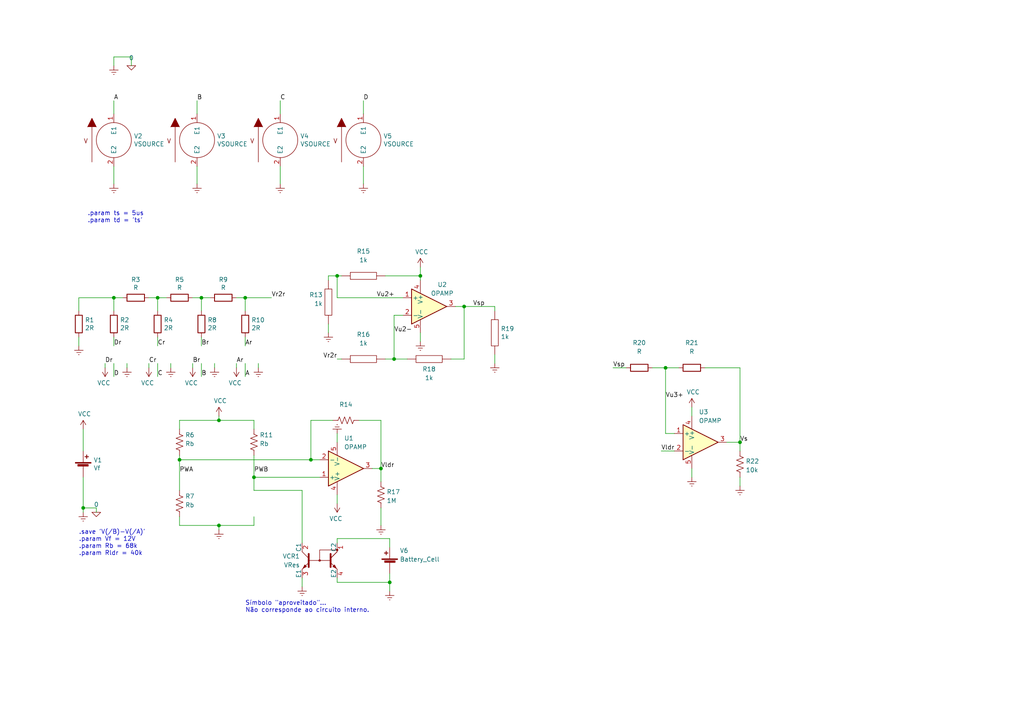
<source format=kicad_sch>
(kicad_sch (version 20211123) (generator eeschema)
  (paper "A4")
  (lib_symbols
    (symbol "Device:Battery_Cell" (pin_numbers hide) (pin_names (offset 0) hide)
      (property "Reference" "BT" (at 2.54 2.54 0))
      (property "Value" "Battery_Cell" (at 2.54 0 0))
      (symbol "Battery_Cell_0_1"
        (rectangle (start -2.286 1.778) (end 2.286 1.524) (fill (type outline)))
        (rectangle (start -1.5748 1.1938) (end 1.4732 0.6858) (fill (type outline)))
        (polyline (pts (xy 0 0.762) (xy 0 0)))
        (polyline (pts (xy 0 1.778) (xy 0 2.54)))
        (polyline (pts (xy 0.508 3.429) (xy 1.524 3.429)) (stroke (width 0.254)))
        (polyline (pts (xy 1.016 3.937) (xy 1.016 2.921)) (stroke (width 0.254)))
      )
      (symbol "Battery_Cell_1_1"
        (pin passive line (at 0 5.08 270) (length 2.54) (name "+") (number "1"))
        (pin passive line (at 0 -2.54 90) (length 2.54) (name "-") (number "2"))
      )
    )
    (symbol "Device:Q_Dual_NPN_C2C1E1E2" (pin_names (offset 0))
      (property "Reference" "Q" (at 7.62 1.27 0))
      (property "Value" "Q_Dual_NPN_C2C1E1E2" (at 7.62 -1.27 0))
      (symbol "Q_Dual_NPN_C2C1E1E2_0_1"
        (circle (center -5.08 3.048) (radius 0.254) (fill (type outline)))
        (polyline (pts (xy -5.08 -2.54) (xy -3.175 -0.635)))
        (polyline (pts (xy -5.08 2.54) (xy -3.175 0.635)))
        (polyline (pts (xy -5.08 2.54) (xy -3.175 0.635)))
        (polyline (pts (xy 3.175 0) (xy -3.175 0)))
        (polyline (pts (xy 5.08 -2.54) (xy 3.175 -0.635)))
        (polyline (pts (xy 5.08 2.54) (xy 3.175 0.635)))
        (polyline (pts (xy -3.175 -1.905) (xy -3.175 1.905) (xy -3.175 1.905)) (stroke (width 0.508)) (fill (type outline)))
        (polyline (pts (xy 0 0) (xy 0 3.048) (xy -5.08 3.048)))
        (polyline (pts (xy 3.175 -1.905) (xy 3.175 1.905) (xy 3.175 1.905)) (stroke (width 0.508)) (fill (type outline)))
        (polyline (pts (xy -3.81 -1.778) (xy -4.318 -1.27) (xy -4.826 -2.286) (xy -3.81 -1.778) (xy -3.81 -1.778)) (fill (type outline)))
        (polyline (pts (xy 3.81 -1.778) (xy 4.318 -1.27) (xy 4.826 -2.286) (xy 3.81 -1.778) (xy 3.81 -1.778)) (fill (type outline)))
        (circle (center 0 0) (radius 0.254) (fill (type outline)))
      )
      (symbol "Q_Dual_NPN_C2C1E1E2_1_1"
        (pin passive line (at -5.08 5.08 270) (length 2.54) (name "C2") (number "1"))
        (pin passive line (at 5.08 5.08 270) (length 2.54) (name "C1") (number "2"))
        (pin passive line (at 5.08 -5.08 90) (length 2.54) (name "E1") (number "3"))
        (pin passive line (at -5.08 -5.08 90) (length 2.54) (name "E2") (number "4"))
      )
    )
    (symbol "Device:R" (pin_numbers hide) (pin_names (offset 0))
      (property "Reference" "R" (at 2.032 0 90))
      (property "Value" "R" (at 0 0 90))
      (symbol "R_0_1"
        (rectangle (start -1.016 -2.54) (end 1.016 2.54) (stroke (width 0.254)))
      )
      (symbol "R_1_1"
        (pin passive line (at 0 3.81 270) (length 1.27) (name "~") (number "1"))
        (pin passive line (at 0 -3.81 90) (length 1.27) (name "~") (number "2"))
      )
    )
    (symbol "Device:R_US" (pin_numbers hide) (pin_names (offset 0))
      (property "Reference" "R" (at 2.54 0 90))
      (property "Value" "R_US" (at -2.54 0 90))
      (symbol "R_US_0_1"
        (polyline (pts (xy 0 -2.286) (xy 0 -2.54)))
        (polyline (pts (xy 0 2.286) (xy 0 2.54)))
        (polyline (pts (xy 0 -0.762) (xy 1.016 -1.143) (xy 0 -1.524) (xy -1.016 -1.905) (xy 0 -2.286)))
        (polyline (pts (xy 0 0.762) (xy 1.016 0.381) (xy 0 0) (xy -1.016 -0.381) (xy 0 -0.762)))
        (polyline (pts (xy 0 2.286) (xy 1.016 1.905) (xy 0 1.524) (xy -1.016 1.143) (xy 0 0.762)))
      )
      (symbol "R_US_1_1"
        (pin passive line (at 0 3.81 270) (length 1.27) (name "~") (number "1"))
        (pin passive line (at 0 -3.81 90) (length 1.27) (name "~") (number "2"))
      )
    )
    (symbol "Simulation_SPICE:OPAMP" (pin_names (offset 0.254))
      (property "Reference" "U" (at 3.81 3.175 0))
      (property "Value" "OPAMP" (at 3.81 -3.175 0))
      (symbol "OPAMP_0_1"
        (polyline (pts (xy 5.08 0) (xy -5.08 5.08) (xy -5.08 -5.08) (xy 5.08 0)) (stroke (width 0.254)) (fill (type background)))
      )
      (symbol "OPAMP_1_1"
        (pin input line (at -7.62 2.54 0) (length 2.54) (name "+") (number "1"))
        (pin input line (at -7.62 -2.54 0) (length 2.54) (name "-") (number "2"))
        (pin output line (at 7.62 0 180) (length 2.54) (name "~") (number "3"))
        (pin power_in line (at -2.54 7.62 270) (length 3.81) (name "V+") (number "4"))
        (pin power_in line (at -2.54 -7.62 90) (length 3.81) (name "V-") (number "5"))
      )
    )
    (symbol "power:Earth" (power) (pin_names (offset 0))
      (symbol "Earth_0_1"
        (polyline (pts (xy -0.635 -1.905) (xy 0.635 -1.905)))
        (polyline (pts (xy -0.127 -2.54) (xy 0.127 -2.54)))
        (polyline (pts (xy 0 -1.27) (xy 0 0)))
        (polyline (pts (xy 1.27 -1.27) (xy -1.27 -1.27)))
      )
      (symbol "Earth_1_1"
        (pin power_in line (at 0 0 270) (length 0) hide (name "Earth") (number "1"))
      )
    )
    (symbol "power:VCC" (power) (pin_names (offset 0))
      (property "Value" "VCC" (at 0 3.81 0))
      (symbol "VCC_0_1"
        (polyline (pts (xy -0.762 1.27) (xy 0 2.54)))
        (polyline (pts (xy 0 0) (xy 0 2.54)))
        (polyline (pts (xy 0 2.54) (xy 0.762 1.27)))
      )
      (symbol "VCC_1_1"
        (pin power_in line (at 0 0 90) (length 0) hide (name "VCC") (number "1"))
      )
    )
    (symbol "pspice:0" (power) (pin_names (offset 0))
      (property "Value" "0" (at 0 -1.778 0))
      (symbol "0_0_1"
        (polyline (pts (xy -1.27 0) (xy 0 -1.27) (xy 1.27 0) (xy -1.27 0)))
      )
      (symbol "0_1_1"
        (pin power_in line (at 0 0 0) (length 0) hide (name "0") (number "1"))
      )
    )
    (symbol "pspice:R" (pin_numbers hide) (pin_names (offset 0))
      (property "Reference" "R" (at 2.032 0 90))
      (property "Value" "R" (at 0 0 90))
      (symbol "R_0_1"
        (rectangle (start -1.016 3.81) (end 1.016 -3.81))
      )
      (symbol "R_1_1"
        (pin passive line (at 0 6.35 270) (length 2.54) (name "~") (number "1"))
        (pin passive line (at 0 -6.35 90) (length 2.54) (name "~") (number "2"))
      )
    )
    (symbol "pspice:VSOURCE" (pin_names (offset 1.016))
      (property "Reference" "V" (at -6.35 7.62 0))
      (property "Value" "VSOURCE" (at 0 0 0))
      (symbol "VSOURCE_0_1"
        (polyline (pts (xy -6.35 -6.35) (xy -6.35 3.81)) (fill (type outline)))
        (polyline (pts (xy -7.62 3.81) (xy -6.35 6.35) (xy -5.08 3.81)) (fill (type outline)))
        (circle (center 0 0) (radius 5.08))
        (text "V" (at -8.128 -0.254 0) (effects (font (size 1.27 1.27))))
      )
      (symbol "VSOURCE_1_1"
        (pin input line (at 0 7.62 270) (length 2.54) (name "E1") (number "1"))
        (pin input line (at 0 -7.62 90) (length 2.54) (name "E2") (number "2"))
      )
    )
  )
  (junction (at 110.49 135.89))
  (junction (at 113.03 168.91))
  (junction (at 63.5 152.4))
  (junction (at 90.17 133.35))
  (junction (at 33.02 86.36))
  (junction (at 58.42 86.36))
  (junction (at 97.79 80.01))
  (junction (at 114.3 104.14))
  (junction (at 193.04 106.68))
  (junction (at 214.63 128.27))
  (junction (at 71.12 86.36))
  (junction (at 52.07 133.35))
  (junction (at 24.13 147.32))
  (junction (at 121.92 80.01))
  (junction (at 63.5 121.92))
  (junction (at 45.72 86.36))
  (junction (at 73.66 138.43))
  (junction (at 134.62 88.9))
  (wire (pts (xy 200.66 135.89) (xy 200.66 138.43)))
  (wire (pts (xy 97.79 156.21) (xy 97.79 157.48)))
  (wire (pts (xy 107.95 135.89) (xy 110.49 135.89)))
  (wire (pts (xy 22.86 86.36) (xy 33.02 86.36)))
  (wire (pts (xy 121.92 77.47) (xy 121.92 80.01)))
  (wire (pts (xy 73.66 138.43) (xy 73.66 142.24)))
  (wire (pts (xy 58.42 109.22) (xy 58.42 105.41)))
  (wire (pts (xy 134.62 88.9) (xy 134.62 104.14)))
  (wire (pts (xy 55.88 86.36) (xy 58.42 86.36)))
  (wire (pts (xy 143.51 88.9) (xy 143.51 90.17)))
  (wire (pts (xy 52.07 124.46) (xy 52.07 121.92)))
  (wire (pts (xy 68.58 105.41) (xy 68.58 106.68)))
  (wire (pts (xy 113.03 168.91) (xy 97.79 168.91)))
  (wire (pts (xy 95.25 96.52) (xy 95.25 93.98)))
  (wire (pts (xy 62.23 105.41) (xy 62.23 106.68)))
  (wire (pts (xy 204.47 106.68) (xy 214.63 106.68)))
  (wire (pts (xy 97.79 125.73) (xy 97.79 128.27)))
  (wire (pts (xy 73.66 152.4) (xy 63.5 152.4)))
  (wire (pts (xy 45.72 97.79) (xy 45.72 100.33)))
  (wire (pts (xy 214.63 138.43) (xy 214.63 140.97)))
  (wire (pts (xy 45.72 109.22) (xy 45.72 105.41)))
  (wire (pts (xy 200.66 118.11) (xy 200.66 120.65)))
  (wire (pts (xy 27.94 147.32) (xy 27.94 148.59)))
  (wire (pts (xy 105.41 29.21) (xy 105.41 33.02)))
  (wire (pts (xy 68.58 86.36) (xy 71.12 86.36)))
  (wire (pts (xy 63.5 120.65) (xy 63.5 121.92)))
  (wire (pts (xy 22.86 100.33) (xy 22.86 97.79)))
  (wire (pts (xy 97.79 86.36) (xy 97.79 80.01)))
  (wire (pts (xy 73.66 121.92) (xy 73.66 124.46)))
  (wire (pts (xy 71.12 86.36) (xy 71.12 90.17)))
  (wire (pts (xy 58.42 86.36) (xy 60.96 86.36)))
  (wire (pts (xy 71.12 86.36) (xy 78.74 86.36)))
  (wire (pts (xy 104.14 121.92) (xy 110.49 121.92)))
  (wire (pts (xy 63.5 121.92) (xy 73.66 121.92)))
  (wire (pts (xy 110.49 147.32) (xy 110.49 152.4)))
  (wire (pts (xy 121.92 99.06) (xy 121.92 96.52)))
  (wire (pts (xy 191.77 130.81) (xy 195.58 130.81)))
  (wire (pts (xy 57.15 48.26) (xy 57.15 53.34)))
  (wire (pts (xy 110.49 121.92) (xy 110.49 135.89)))
  (wire (pts (xy 134.62 88.9) (xy 143.51 88.9)))
  (wire (pts (xy 74.93 105.41) (xy 74.93 106.68)))
  (wire (pts (xy 73.66 132.08) (xy 73.66 138.43)))
  (wire (pts (xy 71.12 105.41) (xy 71.12 109.22)))
  (wire (pts (xy 97.79 86.36) (xy 116.84 86.36)))
  (wire (pts (xy 111.76 104.14) (xy 114.3 104.14)))
  (wire (pts (xy 33.02 97.79) (xy 33.02 100.33)))
  (wire (pts (xy 71.12 97.79) (xy 71.12 100.33)))
  (wire (pts (xy 121.92 80.01) (xy 121.92 81.28)))
  (wire (pts (xy 33.02 86.36) (xy 35.56 86.36)))
  (wire (pts (xy 105.41 48.26) (xy 105.41 53.34)))
  (wire (pts (xy 22.86 90.17) (xy 22.86 86.36)))
  (wire (pts (xy 193.04 106.68) (xy 196.85 106.68)))
  (wire (pts (xy 113.03 166.37) (xy 113.03 168.91)))
  (wire (pts (xy 38.1 16.51) (xy 38.1 19.05)))
  (wire (pts (xy 24.13 147.32) (xy 27.94 147.32)))
  (wire (pts (xy 177.8 106.68) (xy 181.61 106.68)))
  (wire (pts (xy 45.72 90.17) (xy 45.72 86.36)))
  (wire (pts (xy 95.25 81.28) (xy 95.25 80.01)))
  (wire (pts (xy 73.66 142.24) (xy 87.63 142.24)))
  (wire (pts (xy 97.79 80.01) (xy 99.06 80.01)))
  (wire (pts (xy 81.28 29.21) (xy 81.28 33.02)))
  (wire (pts (xy 73.66 149.86) (xy 73.66 152.4)))
  (wire (pts (xy 114.3 104.14) (xy 114.3 91.44)))
  (wire (pts (xy 58.42 97.79) (xy 58.42 100.33)))
  (wire (pts (xy 96.52 121.92) (xy 90.17 121.92)))
  (wire (pts (xy 193.04 125.73) (xy 193.04 106.68)))
  (wire (pts (xy 113.03 158.75) (xy 113.03 156.21)))
  (wire (pts (xy 33.02 19.05) (xy 33.02 16.51)))
  (wire (pts (xy 90.17 133.35) (xy 92.71 133.35)))
  (wire (pts (xy 24.13 148.59) (xy 24.13 147.32)))
  (wire (pts (xy 33.02 29.21) (xy 33.02 33.02)))
  (wire (pts (xy 132.08 88.9) (xy 134.62 88.9)))
  (wire (pts (xy 33.02 16.51) (xy 38.1 16.51)))
  (wire (pts (xy 73.66 138.43) (xy 92.71 138.43)))
  (wire (pts (xy 87.63 142.24) (xy 87.63 157.48)))
  (wire (pts (xy 189.23 106.68) (xy 193.04 106.68)))
  (wire (pts (xy 24.13 138.43) (xy 24.13 147.32)))
  (wire (pts (xy 52.07 152.4) (xy 52.07 149.86)))
  (wire (pts (xy 97.79 168.91) (xy 97.79 167.64)))
  (wire (pts (xy 113.03 156.21) (xy 97.79 156.21)))
  (wire (pts (xy 36.83 105.41) (xy 36.83 106.68)))
  (wire (pts (xy 63.5 153.67) (xy 63.5 152.4)))
  (wire (pts (xy 81.28 48.26) (xy 81.28 53.34)))
  (wire (pts (xy 97.79 104.14) (xy 99.06 104.14)))
  (wire (pts (xy 49.53 105.41) (xy 49.53 106.68)))
  (wire (pts (xy 52.07 133.35) (xy 52.07 142.24)))
  (wire (pts (xy 33.02 109.22) (xy 33.02 105.41)))
  (wire (pts (xy 130.81 104.14) (xy 134.62 104.14)))
  (wire (pts (xy 52.07 133.35) (xy 52.07 132.08)))
  (wire (pts (xy 97.79 143.51) (xy 97.79 146.05)))
  (wire (pts (xy 95.25 80.01) (xy 97.79 80.01)))
  (wire (pts (xy 113.03 168.91) (xy 113.03 171.45)))
  (wire (pts (xy 57.15 29.21) (xy 57.15 33.02)))
  (wire (pts (xy 52.07 133.35) (xy 90.17 133.35)))
  (wire (pts (xy 114.3 104.14) (xy 118.11 104.14)))
  (wire (pts (xy 143.51 102.87) (xy 143.51 105.41)))
  (wire (pts (xy 90.17 121.92) (xy 90.17 133.35)))
  (wire (pts (xy 52.07 121.92) (xy 63.5 121.92)))
  (wire (pts (xy 87.63 167.64) (xy 87.63 170.18)))
  (wire (pts (xy 63.5 152.4) (xy 52.07 152.4)))
  (wire (pts (xy 33.02 48.26) (xy 33.02 53.34)))
  (wire (pts (xy 43.18 105.41) (xy 43.18 106.68)))
  (wire (pts (xy 214.63 106.68) (xy 214.63 128.27)))
  (wire (pts (xy 33.02 90.17) (xy 33.02 86.36)))
  (wire (pts (xy 55.88 105.41) (xy 55.88 106.68)))
  (wire (pts (xy 43.18 86.36) (xy 45.72 86.36)))
  (wire (pts (xy 114.3 91.44) (xy 116.84 91.44)))
  (wire (pts (xy 195.58 125.73) (xy 193.04 125.73)))
  (wire (pts (xy 111.76 80.01) (xy 121.92 80.01)))
  (wire (pts (xy 30.48 105.41) (xy 30.48 106.68)))
  (wire (pts (xy 210.82 128.27) (xy 214.63 128.27)))
  (wire (pts (xy 45.72 86.36) (xy 48.26 86.36)))
  (wire (pts (xy 58.42 90.17) (xy 58.42 86.36)))
  (wire (pts (xy 110.49 135.89) (xy 110.49 139.7)))
  (wire (pts (xy 214.63 128.27) (xy 214.63 130.81)))
  (wire (pts (xy 24.13 130.81) (xy 24.13 124.46)))
  (text "Símbolo \"aproveitado\"...\nNão corresponde ao circuito interno." (at 71.12 177.8 0) (effects (font (size 1.27 1.27)) (justify left bottom)))
  (text ".save 'V(/B)-V(/A)'\n.param Vf = 12V\n.param Rb = 68k\n.param Rldr = 40k" (at 22.86 161.29 0) (effects (font (size 1.27 1.27)) (justify left bottom)))
  (text ".param ts = 5us\n.param td = 'ts'" (at 25.4 64.77 0) (effects (font (size 1.27 1.27)) (justify left bottom)))
  (label "Ar" (at 68.58 105.41 0))
  (label "A" (at 71.12 109.22 0))
  (label "Vu2+" (at 109.22 86.36 0))
  (label "Vldr" (at 191.77 130.81 0))
  (label "Vldr" (at 110.49 135.89 0))
  (label "Vr2r" (at 97.79 104.14 180))
  (label "D" (at 105.41 29.21 0))
  (label "Vu3+" (at 193.04 115.57 0))
  (label "PWB" (at 73.66 137.16 0))
  (label "PWA" (at 52.07 137.16 0))
  (label "Vu2-" (at 114.3 96.52 0))
  (label "C" (at 45.72 109.22 0))
  (label "Ar" (at 71.12 100.33 0))
  (label "Vsp" (at 137.16 88.9 0))
  (label "Cr" (at 45.72 100.33 0))
  (label "Dr" (at 33.02 100.33 0))
  (label "C" (at 81.28 29.21 0))
  (label "Vsp" (at 177.8 106.68 0))
  (label "A" (at 33.02 29.21 0))
  (label "Vs" (at 214.63 128.27 0))
  (label "Br" (at 55.88 105.41 0))
  (label "Vr2r" (at 78.74 86.36 0))
  (label "Br" (at 58.42 100.33 0))
  (label "D" (at 33.02 109.22 0))
  (label "Dr" (at 30.48 105.41 0))
  (label "B" (at 58.42 109.22 0))
  (label "B" (at 57.15 29.21 0))
  (label "Cr" (at 43.18 105.41 0))
  (symbol (lib_id "pspice:VSOURCE") (at 33.02 40.64 0) (unit 1)
    (property "Reference" "V2" (at 38.8112 39.4716 0) (effects (justify left)))
    (property "Value" "VSOURCE" (at 38.8112 41.783 0) (effects (justify left)))
    (property "Spice_Primitive" "V" (effects hide))
    (property "Spice_Model" "dc Vf pulse(0 Vf 50m ts td 50m 100m)" (effects hide))
    (property "Spice_Netlist_Enabled" "Y" (effects hide))
  )
  (symbol (lib_id "pspice:0") (at 38.1 19.05 0) (unit 1)
    (property "Reference" "#GND02" (effects hide))
    (property "Value" "0" (at 38.1 16.7894 0))
  )
  (symbol (lib_id "power:Earth") (at 33.02 19.05 0) (unit 1)
    (property "Reference" "#PWR04" (effects hide))
    (property "Value" "Earth" (effects hide))
  )
  (symbol (lib_id "power:Earth") (at 33.02 53.34 0) (unit 1)
    (property "Reference" "#PWR05" (effects hide))
    (property "Value" "Earth" (effects hide))
  )
  (symbol (lib_id "pspice:R") (at 143.51 96.52 180) (unit 1)
    (property "Reference" "R19" (at 145.2372 95.3516 0) (effects (justify right)))
    (property "Value" "1k" (at 145.2372 97.663 0) (effects (justify right)))
    (property "Spice_Primitive" "R" (effects hide))
    (property "Spice_Model" "1k" (effects hide))
    (property "Spice_Netlist_Enabled" "Y" (effects hide))
  )
  (symbol (lib_id "power:Earth") (at 143.51 105.41 0) (unit 1)
    (property "Reference" "#PWR017" (effects hide))
    (property "Value" "Earth" (effects hide))
  )
  (symbol (lib_id "power:Earth") (at 121.92 99.06 0) (unit 1)
    (property "Reference" "#PWR016" (effects hide))
    (property "Value" "Earth" (effects hide))
  )
  (symbol (lib_id "Device:R") (at 33.02 93.98 0) (unit 1)
    (property "Reference" "R2" (at 34.798 92.8116 0) (effects (justify left)))
    (property "Value" "2R" (at 34.798 95.123 0) (effects (justify left)))
    (property "Spice_Primitive" "R" (effects hide))
    (property "Spice_Model" "2.2k" (effects hide))
    (property "Spice_Netlist_Enabled" "Y" (effects hide))
  )
  (symbol (lib_id "Device:R") (at 45.72 93.98 0) (unit 1)
    (property "Reference" "R4" (at 47.498 92.8116 0) (effects (justify left)))
    (property "Value" "2R" (at 47.498 95.123 0) (effects (justify left)))
    (property "Spice_Primitive" "R" (effects hide))
    (property "Spice_Model" "2.2k" (effects hide))
    (property "Spice_Netlist_Enabled" "Y" (effects hide))
  )
  (symbol (lib_id "Device:R") (at 39.37 86.36 270) (unit 1)
    (property "Reference" "R3" (at 39.37 81.1022 90))
    (property "Value" "R" (at 39.37 83.4136 90))
    (property "Spice_Primitive" "R" (effects hide))
    (property "Spice_Model" "1.1k" (effects hide))
    (property "Spice_Netlist_Enabled" "Y" (effects hide))
  )
  (symbol (lib_id "Device:R") (at 22.86 93.98 0) (unit 1)
    (property "Reference" "R1" (at 24.638 92.8116 0) (effects (justify left)))
    (property "Value" "2R" (at 24.638 95.123 0) (effects (justify left)))
    (property "Spice_Primitive" "R" (effects hide))
    (property "Spice_Model" "2.2k" (effects hide))
    (property "Spice_Netlist_Enabled" "Y" (effects hide))
  )
  (symbol (lib_id "Device:R") (at 58.42 93.98 0) (unit 1)
    (property "Reference" "R8" (at 60.198 92.8116 0) (effects (justify left)))
    (property "Value" "2R" (at 60.198 95.123 0) (effects (justify left)))
    (property "Spice_Primitive" "R" (effects hide))
    (property "Spice_Model" "2.2k" (effects hide))
    (property "Spice_Netlist_Enabled" "Y" (effects hide))
  )
  (symbol (lib_id "Device:R") (at 52.07 86.36 270) (unit 1)
    (property "Reference" "R5" (at 52.07 81.1022 90))
    (property "Value" "R" (at 52.07 83.4136 90))
    (property "Spice_Primitive" "R" (effects hide))
    (property "Spice_Model" "1.1k" (effects hide))
    (property "Spice_Netlist_Enabled" "Y" (effects hide))
  )
  (symbol (lib_id "Device:R") (at 71.12 93.98 0) (unit 1)
    (property "Reference" "R10" (at 72.898 92.8116 0) (effects (justify left)))
    (property "Value" "2R" (at 72.898 95.123 0) (effects (justify left)))
    (property "Spice_Primitive" "R" (effects hide))
    (property "Spice_Model" "2.2k" (effects hide))
    (property "Spice_Netlist_Enabled" "Y" (effects hide))
  )
  (symbol (lib_id "Device:R") (at 64.77 86.36 270) (unit 1)
    (property "Reference" "R9" (at 64.77 81.1022 90))
    (property "Value" "R" (at 64.77 83.4136 90))
    (property "Spice_Primitive" "R" (effects hide))
    (property "Spice_Model" "1.1k" (effects hide))
    (property "Spice_Netlist_Enabled" "Y" (effects hide))
  )
  (symbol (lib_id "power:Earth") (at 22.86 100.33 0) (unit 1)
    (property "Reference" "#PWR01" (effects hide))
    (property "Value" "Earth" (effects hide))
  )
  (symbol (lib_id "pspice:VSOURCE") (at 57.15 40.64 0) (unit 1)
    (property "Reference" "V3" (at 62.9412 39.4716 0) (effects (justify left)))
    (property "Value" "VSOURCE" (at 62.9412 41.783 0) (effects (justify left)))
    (property "Spice_Primitive" "V" (effects hide))
    (property "Spice_Model" "dc Vf pulse(0 Vf 25m ts td 25m 50m)" (effects hide))
    (property "Spice_Netlist_Enabled" "Y" (effects hide))
  )
  (symbol (lib_id "power:Earth") (at 57.15 53.34 0) (unit 1)
    (property "Reference" "#PWR06" (effects hide))
    (property "Value" "Earth" (effects hide))
  )
  (symbol (lib_id "pspice:VSOURCE") (at 81.28 40.64 0) (unit 1)
    (property "Reference" "V4" (at 87.0712 39.4716 0) (effects (justify left)))
    (property "Value" "VSOURCE" (at 87.0712 41.783 0) (effects (justify left)))
    (property "Spice_Primitive" "V" (effects hide))
    (property "Spice_Model" "dc Vf pulse(0 Vf 12.5m ts td 12.5m 25m)" (effects hide))
    (property "Spice_Netlist_Enabled" "Y" (effects hide))
  )
  (symbol (lib_id "power:Earth") (at 81.28 53.34 0) (unit 1)
    (property "Reference" "#PWR09" (effects hide))
    (property "Value" "Earth" (effects hide))
  )
  (symbol (lib_id "pspice:VSOURCE") (at 105.41 40.64 0) (unit 1)
    (property "Reference" "V5" (at 111.2012 39.4716 0) (effects (justify left)))
    (property "Value" "VSOURCE" (at 111.2012 41.783 0) (effects (justify left)))
    (property "Spice_Primitive" "V" (effects hide))
    (property "Spice_Model" "dc Vf pulse(0 Vf 6.25m ts td 6.25m 12.5m)" (effects hide))
    (property "Spice_Netlist_Enabled" "Y" (effects hide))
  )
  (symbol (lib_id "power:Earth") (at 105.41 53.34 0) (unit 1)
    (property "Reference" "#PWR013" (effects hide))
    (property "Value" "Earth" (effects hide))
  )
  (symbol (lib_id "Device:Battery_Cell") (at 113.03 163.83 0) (mirror y) (unit 1)
    (property "Reference" "V6" (at 115.951 159.6949 0) (effects (justify right)))
    (property "Value" "Battery_Cell" (at 115.951 162.2318 0) (effects (justify right)))
    (property "Spice_Primitive" "V" (effects hide))
    (property "Spice_Model" "dc 500m pulse(0.1 12 0 40m 40m 10m 100m)" (at 115.951 164.7687 0) (effects (justify right)))
    (property "Spice_Netlist_Enabled" "Y" (effects hide))
  )
  (symbol (lib_id "Device:Q_Dual_NPN_C2C1E1E2") (at 92.71 162.56 0) (mirror y) (unit 1)
    (property "Reference" "VCR1" (at 86.995 161.3443 0) (effects (justify left)))
    (property "Value" "VRes" (at 86.995 163.8812 0) (effects (justify left)))
    (property "Spice_Primitive" "X" (effects hide))
    (property "Spice_Model" "VC_RES1_10K" (effects hide))
    (property "Spice_Netlist_Enabled" "Y" (effects hide))
    (property "Spice_Lib_File" "vres.lib" (effects hide))
    (property "Spice_Node_Sequence" "2 3 1 4" (effects hide))
  )
  (symbol (lib_id "power:VCC") (at 24.13 124.46 0) (unit 1)
    (property "Reference" "#PWR02" (effects hide))
    (property "Value" "VCC" (at 24.511 120.0658 0))
  )
  (symbol (lib_id "Device:R_US") (at 52.07 146.05 0) (unit 1)
    (property "Reference" "R7" (at 53.721 143.9469 0) (effects (justify left)))
    (property "Value" "Rb" (at 53.721 146.4838 0) (effects (justify left)))
    (property "Spice_Primitive" "R" (effects hide))
    (property "Spice_Model" "Rb" (at 53.721 149.0207 0) (effects (justify left)))
    (property "Spice_Netlist_Enabled" "Y" (effects hide))
  )
  (symbol (lib_id "power:Earth") (at 62.23 106.68 0) (unit 1)
    (property "Reference" "#PWR026" (effects hide))
    (property "Value" "Earth" (effects hide))
  )
  (symbol (lib_id "power:Earth") (at 87.63 170.18 0) (mirror y) (unit 1)
    (property "Reference" "#PWR029" (effects hide))
    (property "Value" "Earth" (effects hide))
  )
  (symbol (lib_id "power:VCC") (at 200.66 118.11 0) (unit 1)
    (property "Reference" "#PWR018" (effects hide))
    (property "Value" "VCC" (at 201.041 113.7158 0))
  )
  (symbol (lib_id "pspice:R") (at 105.41 104.14 270) (unit 1)
    (property "Reference" "R16" (at 105.41 97.0144 90))
    (property "Value" "1k" (at 105.41 99.5513 90))
    (property "Spice_Primitive" "R" (effects hide))
    (property "Spice_Model" "10k" (at 105.41 102.0882 90))
    (property "Spice_Netlist_Enabled" "Y" (effects hide))
  )
  (symbol (lib_id "power:Earth") (at 36.83 106.68 0) (unit 1)
    (property "Reference" "#PWR022" (effects hide))
    (property "Value" "Earth" (effects hide))
  )
  (symbol (lib_id "Device:R_US") (at 100.33 121.92 90) (unit 1)
    (property "Reference" "R14" (at 100.33 117.3312 90))
    (property "Value" "1M" (effects hide))
    (property "Spice_Primitive" "R" (effects hide))
    (property "Spice_Model" "10k" (at 100.33 119.8681 90))
    (property "Spice_Netlist_Enabled" "Y" (effects hide))
  )
  (symbol (lib_id "Device:R_US") (at 214.63 134.62 180) (unit 1)
    (property "Reference" "R22" (at 216.281 133.7853 0) (effects (justify right)))
    (property "Value" "10k" (at 216.281 136.3222 0) (effects (justify right)))
    (property "Spice_Primitive" "R" (effects hide))
    (property "Spice_Model" "1Meg" (effects hide))
    (property "Spice_Netlist_Enabled" "Y" (effects hide))
  )
  (symbol (lib_id "Device:R_US") (at 73.66 128.27 0) (unit 1)
    (property "Reference" "R11" (at 75.311 126.1669 0) (effects (justify left)))
    (property "Value" "Rb" (at 75.311 128.7038 0) (effects (justify left)))
    (property "Spice_Primitive" "R" (effects hide))
    (property "Spice_Model" "22k" (at 75.311 131.2407 0) (effects (justify left)))
    (property "Spice_Netlist_Enabled" "Y" (effects hide))
  )
  (symbol (lib_id "power:VCC") (at 97.79 146.05 180) (unit 1)
    (property "Reference" "#PWR012" (effects hide))
    (property "Value" "VCC" (at 97.409 150.4442 0))
  )
  (symbol (lib_id "power:VCC") (at 121.92 77.47 0) (unit 1)
    (property "Reference" "#PWR015" (effects hide))
    (property "Value" "VCC" (at 122.301 73.0758 0))
  )
  (symbol (lib_id "power:Earth") (at 95.25 96.52 0) (unit 1)
    (property "Reference" "#PWR010" (effects hide))
    (property "Value" "Earth" (effects hide))
  )
  (symbol (lib_id "power:Earth") (at 113.03 171.45 0) (mirror y) (unit 1)
    (property "Reference" "#PWR030" (effects hide))
    (property "Value" "Earth" (effects hide))
  )
  (symbol (lib_id "power:Earth") (at 74.93 106.68 0) (unit 1)
    (property "Reference" "#PWR028" (effects hide))
    (property "Value" "Earth" (effects hide))
  )
  (symbol (lib_id "Device:R_US") (at 52.07 128.27 0) (unit 1)
    (property "Reference" "R6" (at 53.721 126.1669 0) (effects (justify left)))
    (property "Value" "Rb" (at 53.721 128.7038 0) (effects (justify left)))
    (property "Spice_Primitive" "R" (effects hide))
    (property "Spice_Model" "Rb" (at 53.721 131.2407 0) (effects (justify left)))
    (property "Spice_Netlist_Enabled" "Y" (effects hide))
  )
  (symbol (lib_id "power:VCC") (at 55.88 106.68 180) (unit 1)
    (property "Reference" "#PWR025" (effects hide))
    (property "Value" "VCC" (at 55.499 111.0742 0))
  )
  (symbol (lib_id "Device:R") (at 185.42 106.68 90) (unit 1)
    (property "Reference" "R20" (at 185.42 99.4274 90))
    (property "Value" "R" (at 185.42 101.9643 90))
    (property "Spice_Primitive" "R" (effects hide))
    (property "Spice_Model" "1.5k" (at 185.42 104.5012 90))
    (property "Spice_Netlist_Enabled" "Y" (effects hide))
  )
  (symbol (lib_id "power:Earth") (at 49.53 106.68 0) (unit 1)
    (property "Reference" "#PWR024" (effects hide))
    (property "Value" "Earth" (effects hide))
  )
  (symbol (lib_id "power:Earth") (at 24.13 148.59 0) (unit 1)
    (property "Reference" "#PWR03" (effects hide))
    (property "Value" "Earth" (effects hide))
  )
  (symbol (lib_id "power:Earth") (at 200.66 138.43 0) (mirror y) (unit 1)
    (property "Reference" "#PWR019" (effects hide))
    (property "Value" "Earth" (effects hide))
  )
  (symbol (lib_id "power:VCC") (at 30.48 106.68 180) (unit 1)
    (property "Reference" "#PWR021" (effects hide))
    (property "Value" "VCC" (at 30.099 111.0742 0))
  )
  (symbol (lib_id "Simulation_SPICE:OPAMP") (at 100.33 135.89 0) (mirror x) (unit 1)
    (property "Reference" "U1" (at 99.8094 127.1102 0) (effects (justify left)))
    (property "Value" "OPAMP" (at 99.8094 129.6471 0) (effects (justify left)))
    (property "Spice_Netlist_Enabled" "Y" (effects hide))
    (property "Spice_Primitive" "X" (effects hide))
    (property "Spice_Model" "LM324N" (effects hide))
    (property "Spice_Lib_File" "/home/mpt/Documentos/Projetos/kicad-libraries/kicad-spice-library/Models/uncategorized/spice_complete/NATBJT.LIB" (effects hide))
    (property "Spice_Node_Sequence" "1 2 4 5 3" (effects hide))
  )
  (symbol (lib_id "power:VCC") (at 63.5 120.65 0) (unit 1)
    (property "Reference" "#PWR07" (effects hide))
    (property "Value" "VCC" (at 63.881 116.2558 0))
  )
  (symbol (lib_id "pspice:0") (at 27.94 148.59 0) (unit 1)
    (property "Reference" "#GND01" (effects hide))
    (property "Value" "0" (at 27.94 146.3294 0))
  )
  (symbol (lib_id "Simulation_SPICE:OPAMP") (at 124.46 88.9 0) (unit 1)
    (property "Reference" "U2" (at 128.27 82.55 0))
    (property "Value" "OPAMP" (at 128.27 85.09 0))
    (property "Spice_Netlist_Enabled" "Y" (effects hide))
    (property "Spice_Primitive" "X" (effects hide))
    (property "Spice_Model" "LM324N" (effects hide))
    (property "Spice_Lib_File" "/home/mpt/Documentos/Projetos/kicad-libraries/kicad-spice-library/Models/uncategorized/spice_complete/NATBJT.LIB" (effects hide))
    (property "Spice_Node_Sequence" "1 2 4 5 3" (effects hide))
  )
  (symbol (lib_id "pspice:R") (at 105.41 80.01 90) (unit 1)
    (property "Reference" "R15" (at 105.41 72.8844 90))
    (property "Value" "1k" (at 105.41 75.4213 90))
    (property "Spice_Primitive" "R" (effects hide))
    (property "Spice_Model" "10k" (at 105.41 77.9582 90))
    (property "Spice_Netlist_Enabled" "Y" (effects hide))
  )
  (symbol (lib_id "Device:Battery_Cell") (at 24.13 135.89 0) (unit 1)
    (property "Reference" "V1" (at 27.1272 133.4516 0) (effects (justify left)))
    (property "Value" "Vf" (at 27.1272 135.763 0) (effects (justify left)))
    (property "Spice_Primitive" "V" (effects hide))
    (property "Spice_Model" "dc Vf" (effects hide))
    (property "Spice_Netlist_Enabled" "Y" (effects hide))
  )
  (symbol (lib_id "power:Earth") (at 110.49 152.4 0) (unit 1)
    (property "Reference" "#PWR014" (effects hide))
    (property "Value" "Earth" (effects hide))
  )
  (symbol (lib_id "power:Earth") (at 63.5 153.67 0) (unit 1)
    (property "Reference" "#PWR08" (effects hide))
    (property "Value" "Earth" (effects hide))
  )
  (symbol (lib_id "Device:R") (at 200.66 106.68 90) (unit 1)
    (property "Reference" "R21" (at 200.66 99.4274 90))
    (property "Value" "R" (at 200.66 101.9643 90))
    (property "Spice_Primitive" "R" (effects hide))
    (property "Spice_Model" "10k" (at 200.66 104.5012 90))
    (property "Spice_Netlist_Enabled" "Y" (effects hide))
  )
  (symbol (lib_id "power:VCC") (at 68.58 106.68 180) (unit 1)
    (property "Reference" "#PWR027" (effects hide))
    (property "Value" "VCC" (at 68.199 111.0742 0))
  )
  (symbol (lib_id "Device:R_US") (at 110.49 143.51 180) (unit 1)
    (property "Reference" "R17" (at 112.141 142.6753 0) (effects (justify right)))
    (property "Value" "1M" (at 112.141 145.2122 0) (effects (justify right)))
    (property "Spice_Primitive" "R" (effects hide))
    (property "Spice_Model" "1Meg" (effects hide))
    (property "Spice_Netlist_Enabled" "Y" (effects hide))
  )
  (symbol (lib_id "power:Earth") (at 97.79 125.73 180) (unit 1)
    (property "Reference" "#PWR011" (effects hide))
    (property "Value" "Earth" (effects hide))
  )
  (symbol (lib_id "power:Earth") (at 214.63 140.97 0) (unit 1)
    (property "Reference" "#PWR020" (effects hide))
    (property "Value" "Earth" (effects hide))
  )
  (symbol (lib_id "pspice:R") (at 95.25 87.63 180) (unit 1)
    (property "Reference" "R13" (at 93.5991 85.5269 0) (effects (justify left)))
    (property "Value" "1k" (at 93.5991 88.0638 0) (effects (justify left)))
    (property "Spice_Primitive" "R" (effects hide))
    (property "Spice_Model" "10k" (at 93.5991 90.6007 0) (effects (justify left)))
    (property "Spice_Netlist_Enabled" "Y" (effects hide))
  )
  (symbol (lib_id "power:VCC") (at 43.18 106.68 180) (unit 1)
    (property "Reference" "#PWR023" (effects hide))
    (property "Value" "VCC" (at 42.799 111.0742 0))
  )
  (symbol (lib_id "pspice:R") (at 124.46 104.14 270) (unit 1)
    (property "Reference" "R18" (at 124.46 107.0594 90))
    (property "Value" "1k" (at 124.46 109.5963 90))
    (property "Spice_Primitive" "R" (effects hide))
    (property "Spice_Model" "8.2k" (at 124.46 112.1332 90))
    (property "Spice_Netlist_Enabled" "Y" (effects hide))
  )
  (symbol (lib_id "Simulation_SPICE:OPAMP") (at 203.2 128.27 0) (unit 1)
    (property "Reference" "U3" (at 202.6794 119.4902 0) (effects (justify left)))
    (property "Value" "OPAMP" (at 202.6794 122.0271 0) (effects (justify left)))
    (property "Spice_Netlist_Enabled" "Y" (effects hide))
    (property "Spice_Primitive" "X" (effects hide))
    (property "Spice_Model" "LM324N" (effects hide))
    (property "Spice_Lib_File" "/home/mpt/Documentos/Projetos/kicad-libraries/kicad-spice-library/Models/uncategorized/spice_complete/NATBJT.LIB" (effects hide))
    (property "Spice_Node_Sequence" "1 2 4 5 3" (effects hide))
  )
)
</source>
